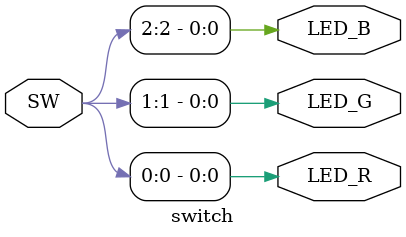
<source format=v>

module switch(input [3:0] SW, output LED_R, output LED_G, output LED_B);
      
  assign LED_R = SW[0];
  assign LED_G = SW[1];
  assign LED_B = SW[2];

endmodule

</source>
